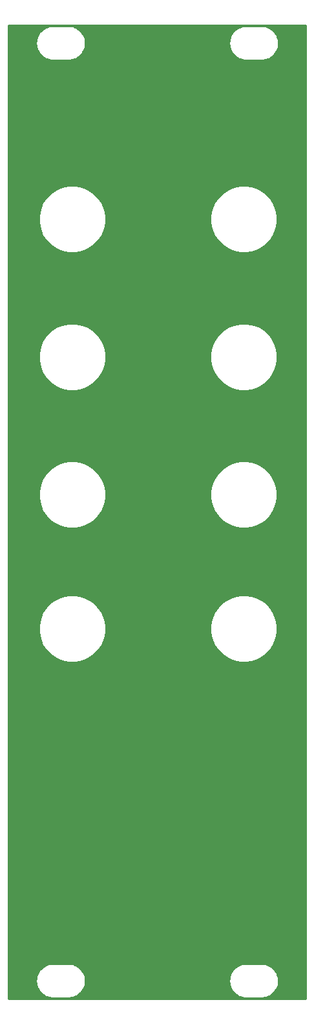
<source format=gbr>
G04 #@! TF.GenerationSoftware,KiCad,Pcbnew,(5.1.5-0)*
G04 #@! TF.CreationDate,2021-01-12T21:58:13-08:00*
G04 #@! TF.ProjectId,delaynomore,64656c61-796e-46f6-9d6f-72652e6b6963,rev?*
G04 #@! TF.SameCoordinates,Original*
G04 #@! TF.FileFunction,Copper,L2,Bot*
G04 #@! TF.FilePolarity,Positive*
%FSLAX46Y46*%
G04 Gerber Fmt 4.6, Leading zero omitted, Abs format (unit mm)*
G04 Created by KiCad (PCBNEW (5.1.5-0)) date 2021-01-12 21:58:13*
%MOMM*%
%LPD*%
G04 APERTURE LIST*
%ADD10C,5.100000*%
%ADD11C,6.100000*%
%ADD12C,0.254000*%
G04 APERTURE END LIST*
D10*
X20250000Y-70500000D03*
D11*
X33200000Y-97450000D03*
X7700000Y-97450000D03*
X20200000Y-97450000D03*
D12*
G36*
X39640001Y-127840000D02*
G01*
X660000Y-127840000D01*
X660000Y-125451353D01*
X4242755Y-125451353D01*
X4243173Y-125511171D01*
X4242755Y-125570988D01*
X4243655Y-125580160D01*
X4276296Y-125890715D01*
X4288320Y-125949291D01*
X4299532Y-126008070D01*
X4302196Y-126016892D01*
X4394535Y-126315192D01*
X4417715Y-126370335D01*
X4440124Y-126425800D01*
X4444451Y-126433937D01*
X4592972Y-126708621D01*
X4626417Y-126758205D01*
X4659177Y-126808268D01*
X4665001Y-126815409D01*
X4864047Y-127056013D01*
X4906482Y-127098154D01*
X4948346Y-127140903D01*
X4955446Y-127146777D01*
X5197435Y-127344138D01*
X5247259Y-127377241D01*
X5296615Y-127411036D01*
X5304721Y-127415419D01*
X5580435Y-127562019D01*
X5635704Y-127584799D01*
X5690724Y-127608381D01*
X5699527Y-127611105D01*
X5998465Y-127701359D01*
X6057138Y-127712976D01*
X6115655Y-127725415D01*
X6124820Y-127726378D01*
X6435594Y-127756850D01*
X6435598Y-127756850D01*
X6467581Y-127760000D01*
X8532419Y-127760000D01*
X8565986Y-127756694D01*
X8586744Y-127756694D01*
X8595909Y-127755731D01*
X8906228Y-127720923D01*
X8964731Y-127708487D01*
X9023419Y-127696867D01*
X9032222Y-127694142D01*
X9329870Y-127599723D01*
X9384792Y-127576183D01*
X9440159Y-127553363D01*
X9448265Y-127548979D01*
X9721904Y-127398544D01*
X9771217Y-127364779D01*
X9821088Y-127331645D01*
X9828188Y-127325770D01*
X10067397Y-127125049D01*
X10109241Y-127082320D01*
X10151694Y-127040162D01*
X10157519Y-127033020D01*
X10353185Y-126789660D01*
X10385938Y-126739608D01*
X10419391Y-126690013D01*
X10423714Y-126681881D01*
X10423717Y-126681877D01*
X10423719Y-126681873D01*
X10568388Y-126405146D01*
X10590785Y-126349711D01*
X10613978Y-126294539D01*
X10616641Y-126285717D01*
X10704807Y-125986156D01*
X10716007Y-125927440D01*
X10728045Y-125868798D01*
X10728944Y-125859627D01*
X10757245Y-125548647D01*
X10756827Y-125488830D01*
X10757088Y-125451353D01*
X29542755Y-125451353D01*
X29543173Y-125511171D01*
X29542755Y-125570988D01*
X29543655Y-125580160D01*
X29576296Y-125890715D01*
X29588320Y-125949291D01*
X29599532Y-126008070D01*
X29602196Y-126016892D01*
X29694535Y-126315192D01*
X29717715Y-126370335D01*
X29740124Y-126425800D01*
X29744451Y-126433937D01*
X29892972Y-126708621D01*
X29926417Y-126758205D01*
X29959177Y-126808268D01*
X29965001Y-126815409D01*
X30164047Y-127056013D01*
X30206482Y-127098154D01*
X30248346Y-127140903D01*
X30255446Y-127146777D01*
X30497435Y-127344138D01*
X30547259Y-127377241D01*
X30596615Y-127411036D01*
X30604721Y-127415419D01*
X30880435Y-127562019D01*
X30935704Y-127584799D01*
X30990724Y-127608381D01*
X30999527Y-127611105D01*
X31298465Y-127701359D01*
X31357138Y-127712976D01*
X31415655Y-127725415D01*
X31424820Y-127726378D01*
X31735594Y-127756850D01*
X31735598Y-127756850D01*
X31767581Y-127760000D01*
X33832419Y-127760000D01*
X33865986Y-127756694D01*
X33886744Y-127756694D01*
X33895909Y-127755731D01*
X34206228Y-127720923D01*
X34264731Y-127708487D01*
X34323419Y-127696867D01*
X34332222Y-127694142D01*
X34629870Y-127599723D01*
X34684792Y-127576183D01*
X34740159Y-127553363D01*
X34748265Y-127548979D01*
X35021904Y-127398544D01*
X35071217Y-127364779D01*
X35121088Y-127331645D01*
X35128188Y-127325770D01*
X35367397Y-127125049D01*
X35409241Y-127082320D01*
X35451694Y-127040162D01*
X35457519Y-127033020D01*
X35653185Y-126789660D01*
X35685938Y-126739608D01*
X35719391Y-126690013D01*
X35723714Y-126681881D01*
X35723717Y-126681877D01*
X35723719Y-126681873D01*
X35868388Y-126405146D01*
X35890785Y-126349711D01*
X35913978Y-126294539D01*
X35916641Y-126285717D01*
X36004807Y-125986156D01*
X36016007Y-125927440D01*
X36028045Y-125868798D01*
X36028944Y-125859627D01*
X36057245Y-125548647D01*
X36056827Y-125488829D01*
X36057245Y-125429012D01*
X36056345Y-125419841D01*
X36023704Y-125109285D01*
X36011680Y-125050709D01*
X36000468Y-124991930D01*
X35997804Y-124983108D01*
X35905465Y-124684808D01*
X35882280Y-124629653D01*
X35859876Y-124574200D01*
X35855549Y-124566064D01*
X35855549Y-124566063D01*
X35855546Y-124566059D01*
X35707028Y-124291379D01*
X35673583Y-124241795D01*
X35640823Y-124191732D01*
X35634999Y-124184591D01*
X35435954Y-123943987D01*
X35393535Y-123901863D01*
X35351655Y-123859097D01*
X35344554Y-123853223D01*
X35102565Y-123655862D01*
X35052741Y-123622759D01*
X35003385Y-123588964D01*
X34995279Y-123584581D01*
X34719566Y-123437981D01*
X34664269Y-123415189D01*
X34609275Y-123391619D01*
X34600472Y-123388895D01*
X34301535Y-123298641D01*
X34242862Y-123287024D01*
X34184345Y-123274585D01*
X34175180Y-123273622D01*
X33864405Y-123243150D01*
X33864402Y-123243150D01*
X33832419Y-123240000D01*
X31767581Y-123240000D01*
X31734014Y-123243306D01*
X31713256Y-123243306D01*
X31704091Y-123244269D01*
X31393771Y-123279077D01*
X31335298Y-123291506D01*
X31276581Y-123303132D01*
X31267778Y-123305858D01*
X30970130Y-123400277D01*
X30915147Y-123423843D01*
X30859841Y-123446638D01*
X30851735Y-123451021D01*
X30578095Y-123601456D01*
X30528748Y-123635245D01*
X30478913Y-123668355D01*
X30471812Y-123674229D01*
X30232603Y-123874951D01*
X30190759Y-123917681D01*
X30148305Y-123959839D01*
X30142481Y-123966980D01*
X29946814Y-124210340D01*
X29914055Y-124260400D01*
X29880609Y-124309986D01*
X29876283Y-124318123D01*
X29731612Y-124594854D01*
X29709215Y-124650289D01*
X29686022Y-124705461D01*
X29683359Y-124714283D01*
X29595193Y-125013844D01*
X29583993Y-125072560D01*
X29571955Y-125131202D01*
X29571056Y-125140373D01*
X29542755Y-125451353D01*
X10757088Y-125451353D01*
X10757245Y-125429012D01*
X10756345Y-125419841D01*
X10723704Y-125109285D01*
X10711680Y-125050709D01*
X10700468Y-124991930D01*
X10697804Y-124983108D01*
X10605465Y-124684808D01*
X10582280Y-124629653D01*
X10559876Y-124574200D01*
X10555549Y-124566064D01*
X10555549Y-124566063D01*
X10555546Y-124566059D01*
X10407028Y-124291379D01*
X10373583Y-124241795D01*
X10340823Y-124191732D01*
X10334999Y-124184591D01*
X10135954Y-123943987D01*
X10093535Y-123901863D01*
X10051655Y-123859097D01*
X10044554Y-123853223D01*
X9802565Y-123655862D01*
X9752741Y-123622759D01*
X9703385Y-123588964D01*
X9695279Y-123584581D01*
X9419566Y-123437981D01*
X9364269Y-123415189D01*
X9309275Y-123391619D01*
X9300472Y-123388895D01*
X9001535Y-123298641D01*
X8942862Y-123287024D01*
X8884345Y-123274585D01*
X8875180Y-123273622D01*
X8564405Y-123243150D01*
X8564402Y-123243150D01*
X8532419Y-123240000D01*
X6467581Y-123240000D01*
X6434014Y-123243306D01*
X6413256Y-123243306D01*
X6404091Y-123244269D01*
X6093771Y-123279077D01*
X6035298Y-123291506D01*
X5976581Y-123303132D01*
X5967778Y-123305858D01*
X5670130Y-123400277D01*
X5615147Y-123423843D01*
X5559841Y-123446638D01*
X5551735Y-123451021D01*
X5278095Y-123601456D01*
X5228748Y-123635245D01*
X5178913Y-123668355D01*
X5171812Y-123674229D01*
X4932603Y-123874951D01*
X4890759Y-123917681D01*
X4848305Y-123959839D01*
X4842481Y-123966980D01*
X4646814Y-124210340D01*
X4614055Y-124260400D01*
X4580609Y-124309986D01*
X4576283Y-124318123D01*
X4431612Y-124594854D01*
X4409215Y-124650289D01*
X4386022Y-124705461D01*
X4383359Y-124714283D01*
X4295193Y-125013844D01*
X4283993Y-125072560D01*
X4271955Y-125131202D01*
X4271056Y-125140373D01*
X4242755Y-125451353D01*
X660000Y-125451353D01*
X660000Y-79065784D01*
X4591332Y-79065784D01*
X4591332Y-79934216D01*
X4760754Y-80785961D01*
X5093089Y-81588288D01*
X5575564Y-82310362D01*
X6189638Y-82924436D01*
X6911712Y-83406911D01*
X7714039Y-83739246D01*
X8565784Y-83908668D01*
X9434216Y-83908668D01*
X10285961Y-83739246D01*
X11088288Y-83406911D01*
X11810362Y-82924436D01*
X12424436Y-82310362D01*
X12906911Y-81588288D01*
X13239246Y-80785961D01*
X13408668Y-79934216D01*
X13408668Y-79065784D01*
X27091332Y-79065784D01*
X27091332Y-79934216D01*
X27260754Y-80785961D01*
X27593089Y-81588288D01*
X28075564Y-82310362D01*
X28689638Y-82924436D01*
X29411712Y-83406911D01*
X30214039Y-83739246D01*
X31065784Y-83908668D01*
X31934216Y-83908668D01*
X32785961Y-83739246D01*
X33588288Y-83406911D01*
X34310362Y-82924436D01*
X34924436Y-82310362D01*
X35406911Y-81588288D01*
X35739246Y-80785961D01*
X35908668Y-79934216D01*
X35908668Y-79065784D01*
X35739246Y-78214039D01*
X35406911Y-77411712D01*
X34924436Y-76689638D01*
X34310362Y-76075564D01*
X33588288Y-75593089D01*
X32785961Y-75260754D01*
X31934216Y-75091332D01*
X31065784Y-75091332D01*
X30214039Y-75260754D01*
X29411712Y-75593089D01*
X28689638Y-76075564D01*
X28075564Y-76689638D01*
X27593089Y-77411712D01*
X27260754Y-78214039D01*
X27091332Y-79065784D01*
X13408668Y-79065784D01*
X13239246Y-78214039D01*
X12906911Y-77411712D01*
X12424436Y-76689638D01*
X11810362Y-76075564D01*
X11088288Y-75593089D01*
X10285961Y-75260754D01*
X9434216Y-75091332D01*
X8565784Y-75091332D01*
X7714039Y-75260754D01*
X6911712Y-75593089D01*
X6189638Y-76075564D01*
X5575564Y-76689638D01*
X5093089Y-77411712D01*
X4760754Y-78214039D01*
X4591332Y-79065784D01*
X660000Y-79065784D01*
X660000Y-61565784D01*
X4591332Y-61565784D01*
X4591332Y-62434216D01*
X4760754Y-63285961D01*
X5093089Y-64088288D01*
X5575564Y-64810362D01*
X6189638Y-65424436D01*
X6911712Y-65906911D01*
X7714039Y-66239246D01*
X8565784Y-66408668D01*
X9434216Y-66408668D01*
X10285961Y-66239246D01*
X11088288Y-65906911D01*
X11810362Y-65424436D01*
X12424436Y-64810362D01*
X12906911Y-64088288D01*
X13239246Y-63285961D01*
X13408668Y-62434216D01*
X13408668Y-61565784D01*
X27091332Y-61565784D01*
X27091332Y-62434216D01*
X27260754Y-63285961D01*
X27593089Y-64088288D01*
X28075564Y-64810362D01*
X28689638Y-65424436D01*
X29411712Y-65906911D01*
X30214039Y-66239246D01*
X31065784Y-66408668D01*
X31934216Y-66408668D01*
X32785961Y-66239246D01*
X33588288Y-65906911D01*
X34310362Y-65424436D01*
X34924436Y-64810362D01*
X35406911Y-64088288D01*
X35739246Y-63285961D01*
X35908668Y-62434216D01*
X35908668Y-61565784D01*
X35739246Y-60714039D01*
X35406911Y-59911712D01*
X34924436Y-59189638D01*
X34310362Y-58575564D01*
X33588288Y-58093089D01*
X32785961Y-57760754D01*
X31934216Y-57591332D01*
X31065784Y-57591332D01*
X30214039Y-57760754D01*
X29411712Y-58093089D01*
X28689638Y-58575564D01*
X28075564Y-59189638D01*
X27593089Y-59911712D01*
X27260754Y-60714039D01*
X27091332Y-61565784D01*
X13408668Y-61565784D01*
X13239246Y-60714039D01*
X12906911Y-59911712D01*
X12424436Y-59189638D01*
X11810362Y-58575564D01*
X11088288Y-58093089D01*
X10285961Y-57760754D01*
X9434216Y-57591332D01*
X8565784Y-57591332D01*
X7714039Y-57760754D01*
X6911712Y-58093089D01*
X6189638Y-58575564D01*
X5575564Y-59189638D01*
X5093089Y-59911712D01*
X4760754Y-60714039D01*
X4591332Y-61565784D01*
X660000Y-61565784D01*
X660000Y-43565784D01*
X4591332Y-43565784D01*
X4591332Y-44434216D01*
X4760754Y-45285961D01*
X5093089Y-46088288D01*
X5575564Y-46810362D01*
X6189638Y-47424436D01*
X6911712Y-47906911D01*
X7714039Y-48239246D01*
X8565784Y-48408668D01*
X9434216Y-48408668D01*
X10285961Y-48239246D01*
X11088288Y-47906911D01*
X11810362Y-47424436D01*
X12424436Y-46810362D01*
X12906911Y-46088288D01*
X13239246Y-45285961D01*
X13408668Y-44434216D01*
X13408668Y-43565784D01*
X27091332Y-43565784D01*
X27091332Y-44434216D01*
X27260754Y-45285961D01*
X27593089Y-46088288D01*
X28075564Y-46810362D01*
X28689638Y-47424436D01*
X29411712Y-47906911D01*
X30214039Y-48239246D01*
X31065784Y-48408668D01*
X31934216Y-48408668D01*
X32785961Y-48239246D01*
X33588288Y-47906911D01*
X34310362Y-47424436D01*
X34924436Y-46810362D01*
X35406911Y-46088288D01*
X35739246Y-45285961D01*
X35908668Y-44434216D01*
X35908668Y-43565784D01*
X35739246Y-42714039D01*
X35406911Y-41911712D01*
X34924436Y-41189638D01*
X34310362Y-40575564D01*
X33588288Y-40093089D01*
X32785961Y-39760754D01*
X31934216Y-39591332D01*
X31065784Y-39591332D01*
X30214039Y-39760754D01*
X29411712Y-40093089D01*
X28689638Y-40575564D01*
X28075564Y-41189638D01*
X27593089Y-41911712D01*
X27260754Y-42714039D01*
X27091332Y-43565784D01*
X13408668Y-43565784D01*
X13239246Y-42714039D01*
X12906911Y-41911712D01*
X12424436Y-41189638D01*
X11810362Y-40575564D01*
X11088288Y-40093089D01*
X10285961Y-39760754D01*
X9434216Y-39591332D01*
X8565784Y-39591332D01*
X7714039Y-39760754D01*
X6911712Y-40093089D01*
X6189638Y-40575564D01*
X5575564Y-41189638D01*
X5093089Y-41911712D01*
X4760754Y-42714039D01*
X4591332Y-43565784D01*
X660000Y-43565784D01*
X660000Y-25565784D01*
X4591332Y-25565784D01*
X4591332Y-26434216D01*
X4760754Y-27285961D01*
X5093089Y-28088288D01*
X5575564Y-28810362D01*
X6189638Y-29424436D01*
X6911712Y-29906911D01*
X7714039Y-30239246D01*
X8565784Y-30408668D01*
X9434216Y-30408668D01*
X10285961Y-30239246D01*
X11088288Y-29906911D01*
X11810362Y-29424436D01*
X12424436Y-28810362D01*
X12906911Y-28088288D01*
X13239246Y-27285961D01*
X13408668Y-26434216D01*
X13408668Y-25565784D01*
X27091332Y-25565784D01*
X27091332Y-26434216D01*
X27260754Y-27285961D01*
X27593089Y-28088288D01*
X28075564Y-28810362D01*
X28689638Y-29424436D01*
X29411712Y-29906911D01*
X30214039Y-30239246D01*
X31065784Y-30408668D01*
X31934216Y-30408668D01*
X32785961Y-30239246D01*
X33588288Y-29906911D01*
X34310362Y-29424436D01*
X34924436Y-28810362D01*
X35406911Y-28088288D01*
X35739246Y-27285961D01*
X35908668Y-26434216D01*
X35908668Y-25565784D01*
X35739246Y-24714039D01*
X35406911Y-23911712D01*
X34924436Y-23189638D01*
X34310362Y-22575564D01*
X33588288Y-22093089D01*
X32785961Y-21760754D01*
X31934216Y-21591332D01*
X31065784Y-21591332D01*
X30214039Y-21760754D01*
X29411712Y-22093089D01*
X28689638Y-22575564D01*
X28075564Y-23189638D01*
X27593089Y-23911712D01*
X27260754Y-24714039D01*
X27091332Y-25565784D01*
X13408668Y-25565784D01*
X13239246Y-24714039D01*
X12906911Y-23911712D01*
X12424436Y-23189638D01*
X11810362Y-22575564D01*
X11088288Y-22093089D01*
X10285961Y-21760754D01*
X9434216Y-21591332D01*
X8565784Y-21591332D01*
X7714039Y-21760754D01*
X6911712Y-22093089D01*
X6189638Y-22575564D01*
X5575564Y-23189638D01*
X5093089Y-23911712D01*
X4760754Y-24714039D01*
X4591332Y-25565784D01*
X660000Y-25565784D01*
X660000Y-2951353D01*
X4242755Y-2951353D01*
X4243173Y-3011171D01*
X4242755Y-3070988D01*
X4243655Y-3080160D01*
X4276296Y-3390715D01*
X4288320Y-3449291D01*
X4299532Y-3508070D01*
X4302196Y-3516892D01*
X4394535Y-3815192D01*
X4417715Y-3870335D01*
X4440124Y-3925800D01*
X4444451Y-3933937D01*
X4592972Y-4208621D01*
X4626417Y-4258205D01*
X4659177Y-4308268D01*
X4665001Y-4315409D01*
X4864047Y-4556013D01*
X4906482Y-4598154D01*
X4948346Y-4640903D01*
X4955446Y-4646777D01*
X5197435Y-4844138D01*
X5247259Y-4877241D01*
X5296615Y-4911036D01*
X5304721Y-4915419D01*
X5580435Y-5062019D01*
X5635704Y-5084799D01*
X5690724Y-5108381D01*
X5699527Y-5111105D01*
X5998465Y-5201359D01*
X6057138Y-5212976D01*
X6115655Y-5225415D01*
X6124820Y-5226378D01*
X6435594Y-5256850D01*
X6435598Y-5256850D01*
X6467581Y-5260000D01*
X8532419Y-5260000D01*
X8565986Y-5256694D01*
X8586744Y-5256694D01*
X8595909Y-5255731D01*
X8906228Y-5220923D01*
X8964731Y-5208487D01*
X9023419Y-5196867D01*
X9032222Y-5194142D01*
X9329870Y-5099723D01*
X9384792Y-5076183D01*
X9440159Y-5053363D01*
X9448265Y-5048979D01*
X9721904Y-4898544D01*
X9771217Y-4864779D01*
X9821088Y-4831645D01*
X9828188Y-4825770D01*
X10067397Y-4625049D01*
X10109241Y-4582320D01*
X10151694Y-4540162D01*
X10157519Y-4533020D01*
X10353185Y-4289660D01*
X10385938Y-4239608D01*
X10419391Y-4190013D01*
X10423714Y-4181881D01*
X10423717Y-4181877D01*
X10423719Y-4181873D01*
X10568388Y-3905146D01*
X10590785Y-3849711D01*
X10613978Y-3794539D01*
X10616641Y-3785717D01*
X10704807Y-3486156D01*
X10716007Y-3427440D01*
X10728045Y-3368798D01*
X10728944Y-3359627D01*
X10757245Y-3048647D01*
X10756827Y-2988830D01*
X10757088Y-2951353D01*
X29542755Y-2951353D01*
X29543173Y-3011171D01*
X29542755Y-3070988D01*
X29543655Y-3080160D01*
X29576296Y-3390715D01*
X29588320Y-3449291D01*
X29599532Y-3508070D01*
X29602196Y-3516892D01*
X29694535Y-3815192D01*
X29717715Y-3870335D01*
X29740124Y-3925800D01*
X29744451Y-3933937D01*
X29892972Y-4208621D01*
X29926417Y-4258205D01*
X29959177Y-4308268D01*
X29965001Y-4315409D01*
X30164047Y-4556013D01*
X30206482Y-4598154D01*
X30248346Y-4640903D01*
X30255446Y-4646777D01*
X30497435Y-4844138D01*
X30547259Y-4877241D01*
X30596615Y-4911036D01*
X30604721Y-4915419D01*
X30880435Y-5062019D01*
X30935704Y-5084799D01*
X30990724Y-5108381D01*
X30999527Y-5111105D01*
X31298465Y-5201359D01*
X31357138Y-5212976D01*
X31415655Y-5225415D01*
X31424820Y-5226378D01*
X31735594Y-5256850D01*
X31735598Y-5256850D01*
X31767581Y-5260000D01*
X33832419Y-5260000D01*
X33865986Y-5256694D01*
X33886744Y-5256694D01*
X33895909Y-5255731D01*
X34206228Y-5220923D01*
X34264731Y-5208487D01*
X34323419Y-5196867D01*
X34332222Y-5194142D01*
X34629870Y-5099723D01*
X34684792Y-5076183D01*
X34740159Y-5053363D01*
X34748265Y-5048979D01*
X35021904Y-4898544D01*
X35071217Y-4864779D01*
X35121088Y-4831645D01*
X35128188Y-4825770D01*
X35367397Y-4625049D01*
X35409241Y-4582320D01*
X35451694Y-4540162D01*
X35457519Y-4533020D01*
X35653185Y-4289660D01*
X35685938Y-4239608D01*
X35719391Y-4190013D01*
X35723714Y-4181881D01*
X35723717Y-4181877D01*
X35723719Y-4181873D01*
X35868388Y-3905146D01*
X35890785Y-3849711D01*
X35913978Y-3794539D01*
X35916641Y-3785717D01*
X36004807Y-3486156D01*
X36016007Y-3427440D01*
X36028045Y-3368798D01*
X36028944Y-3359627D01*
X36057245Y-3048647D01*
X36056827Y-2988829D01*
X36057245Y-2929012D01*
X36056345Y-2919841D01*
X36023704Y-2609285D01*
X36011680Y-2550709D01*
X36000468Y-2491930D01*
X35997804Y-2483108D01*
X35905465Y-2184808D01*
X35882280Y-2129653D01*
X35859876Y-2074200D01*
X35855549Y-2066064D01*
X35855549Y-2066063D01*
X35855546Y-2066059D01*
X35707028Y-1791379D01*
X35673583Y-1741795D01*
X35640823Y-1691732D01*
X35634999Y-1684591D01*
X35435954Y-1443987D01*
X35393535Y-1401863D01*
X35351655Y-1359097D01*
X35344554Y-1353223D01*
X35102565Y-1155862D01*
X35052741Y-1122759D01*
X35003385Y-1088964D01*
X34995279Y-1084581D01*
X34719566Y-937981D01*
X34664269Y-915189D01*
X34609275Y-891619D01*
X34600472Y-888895D01*
X34301535Y-798641D01*
X34242862Y-787024D01*
X34184345Y-774585D01*
X34175180Y-773622D01*
X33864405Y-743150D01*
X33864402Y-743150D01*
X33832419Y-740000D01*
X31767581Y-740000D01*
X31734014Y-743306D01*
X31713256Y-743306D01*
X31704091Y-744269D01*
X31393771Y-779077D01*
X31335298Y-791506D01*
X31276581Y-803132D01*
X31267778Y-805858D01*
X30970130Y-900277D01*
X30915147Y-923843D01*
X30859841Y-946638D01*
X30851735Y-951021D01*
X30578095Y-1101456D01*
X30528748Y-1135245D01*
X30478913Y-1168355D01*
X30471812Y-1174229D01*
X30232603Y-1374951D01*
X30190759Y-1417681D01*
X30148305Y-1459839D01*
X30142481Y-1466980D01*
X29946814Y-1710340D01*
X29914055Y-1760400D01*
X29880609Y-1809986D01*
X29876283Y-1818123D01*
X29731612Y-2094854D01*
X29709215Y-2150289D01*
X29686022Y-2205461D01*
X29683359Y-2214283D01*
X29595193Y-2513844D01*
X29583993Y-2572560D01*
X29571955Y-2631202D01*
X29571056Y-2640373D01*
X29542755Y-2951353D01*
X10757088Y-2951353D01*
X10757245Y-2929012D01*
X10756345Y-2919841D01*
X10723704Y-2609285D01*
X10711680Y-2550709D01*
X10700468Y-2491930D01*
X10697804Y-2483108D01*
X10605465Y-2184808D01*
X10582280Y-2129653D01*
X10559876Y-2074200D01*
X10555549Y-2066064D01*
X10555549Y-2066063D01*
X10555546Y-2066059D01*
X10407028Y-1791379D01*
X10373583Y-1741795D01*
X10340823Y-1691732D01*
X10334999Y-1684591D01*
X10135954Y-1443987D01*
X10093535Y-1401863D01*
X10051655Y-1359097D01*
X10044554Y-1353223D01*
X9802565Y-1155862D01*
X9752741Y-1122759D01*
X9703385Y-1088964D01*
X9695279Y-1084581D01*
X9419566Y-937981D01*
X9364269Y-915189D01*
X9309275Y-891619D01*
X9300472Y-888895D01*
X9001535Y-798641D01*
X8942862Y-787024D01*
X8884345Y-774585D01*
X8875180Y-773622D01*
X8564405Y-743150D01*
X8564402Y-743150D01*
X8532419Y-740000D01*
X6467581Y-740000D01*
X6434014Y-743306D01*
X6413256Y-743306D01*
X6404091Y-744269D01*
X6093771Y-779077D01*
X6035298Y-791506D01*
X5976581Y-803132D01*
X5967778Y-805858D01*
X5670130Y-900277D01*
X5615147Y-923843D01*
X5559841Y-946638D01*
X5551735Y-951021D01*
X5278095Y-1101456D01*
X5228748Y-1135245D01*
X5178913Y-1168355D01*
X5171812Y-1174229D01*
X4932603Y-1374951D01*
X4890759Y-1417681D01*
X4848305Y-1459839D01*
X4842481Y-1466980D01*
X4646814Y-1710340D01*
X4614055Y-1760400D01*
X4580609Y-1809986D01*
X4576283Y-1818123D01*
X4431612Y-2094854D01*
X4409215Y-2150289D01*
X4386022Y-2205461D01*
X4383359Y-2214283D01*
X4295193Y-2513844D01*
X4283993Y-2572560D01*
X4271955Y-2631202D01*
X4271056Y-2640373D01*
X4242755Y-2951353D01*
X660000Y-2951353D01*
X660000Y-660000D01*
X39640000Y-660000D01*
X39640001Y-127840000D01*
G37*
X39640001Y-127840000D02*
X660000Y-127840000D01*
X660000Y-125451353D01*
X4242755Y-125451353D01*
X4243173Y-125511171D01*
X4242755Y-125570988D01*
X4243655Y-125580160D01*
X4276296Y-125890715D01*
X4288320Y-125949291D01*
X4299532Y-126008070D01*
X4302196Y-126016892D01*
X4394535Y-126315192D01*
X4417715Y-126370335D01*
X4440124Y-126425800D01*
X4444451Y-126433937D01*
X4592972Y-126708621D01*
X4626417Y-126758205D01*
X4659177Y-126808268D01*
X4665001Y-126815409D01*
X4864047Y-127056013D01*
X4906482Y-127098154D01*
X4948346Y-127140903D01*
X4955446Y-127146777D01*
X5197435Y-127344138D01*
X5247259Y-127377241D01*
X5296615Y-127411036D01*
X5304721Y-127415419D01*
X5580435Y-127562019D01*
X5635704Y-127584799D01*
X5690724Y-127608381D01*
X5699527Y-127611105D01*
X5998465Y-127701359D01*
X6057138Y-127712976D01*
X6115655Y-127725415D01*
X6124820Y-127726378D01*
X6435594Y-127756850D01*
X6435598Y-127756850D01*
X6467581Y-127760000D01*
X8532419Y-127760000D01*
X8565986Y-127756694D01*
X8586744Y-127756694D01*
X8595909Y-127755731D01*
X8906228Y-127720923D01*
X8964731Y-127708487D01*
X9023419Y-127696867D01*
X9032222Y-127694142D01*
X9329870Y-127599723D01*
X9384792Y-127576183D01*
X9440159Y-127553363D01*
X9448265Y-127548979D01*
X9721904Y-127398544D01*
X9771217Y-127364779D01*
X9821088Y-127331645D01*
X9828188Y-127325770D01*
X10067397Y-127125049D01*
X10109241Y-127082320D01*
X10151694Y-127040162D01*
X10157519Y-127033020D01*
X10353185Y-126789660D01*
X10385938Y-126739608D01*
X10419391Y-126690013D01*
X10423714Y-126681881D01*
X10423717Y-126681877D01*
X10423719Y-126681873D01*
X10568388Y-126405146D01*
X10590785Y-126349711D01*
X10613978Y-126294539D01*
X10616641Y-126285717D01*
X10704807Y-125986156D01*
X10716007Y-125927440D01*
X10728045Y-125868798D01*
X10728944Y-125859627D01*
X10757245Y-125548647D01*
X10756827Y-125488830D01*
X10757088Y-125451353D01*
X29542755Y-125451353D01*
X29543173Y-125511171D01*
X29542755Y-125570988D01*
X29543655Y-125580160D01*
X29576296Y-125890715D01*
X29588320Y-125949291D01*
X29599532Y-126008070D01*
X29602196Y-126016892D01*
X29694535Y-126315192D01*
X29717715Y-126370335D01*
X29740124Y-126425800D01*
X29744451Y-126433937D01*
X29892972Y-126708621D01*
X29926417Y-126758205D01*
X29959177Y-126808268D01*
X29965001Y-126815409D01*
X30164047Y-127056013D01*
X30206482Y-127098154D01*
X30248346Y-127140903D01*
X30255446Y-127146777D01*
X30497435Y-127344138D01*
X30547259Y-127377241D01*
X30596615Y-127411036D01*
X30604721Y-127415419D01*
X30880435Y-127562019D01*
X30935704Y-127584799D01*
X30990724Y-127608381D01*
X30999527Y-127611105D01*
X31298465Y-127701359D01*
X31357138Y-127712976D01*
X31415655Y-127725415D01*
X31424820Y-127726378D01*
X31735594Y-127756850D01*
X31735598Y-127756850D01*
X31767581Y-127760000D01*
X33832419Y-127760000D01*
X33865986Y-127756694D01*
X33886744Y-127756694D01*
X33895909Y-127755731D01*
X34206228Y-127720923D01*
X34264731Y-127708487D01*
X34323419Y-127696867D01*
X34332222Y-127694142D01*
X34629870Y-127599723D01*
X34684792Y-127576183D01*
X34740159Y-127553363D01*
X34748265Y-127548979D01*
X35021904Y-127398544D01*
X35071217Y-127364779D01*
X35121088Y-127331645D01*
X35128188Y-127325770D01*
X35367397Y-127125049D01*
X35409241Y-127082320D01*
X35451694Y-127040162D01*
X35457519Y-127033020D01*
X35653185Y-126789660D01*
X35685938Y-126739608D01*
X35719391Y-126690013D01*
X35723714Y-126681881D01*
X35723717Y-126681877D01*
X35723719Y-126681873D01*
X35868388Y-126405146D01*
X35890785Y-126349711D01*
X35913978Y-126294539D01*
X35916641Y-126285717D01*
X36004807Y-125986156D01*
X36016007Y-125927440D01*
X36028045Y-125868798D01*
X36028944Y-125859627D01*
X36057245Y-125548647D01*
X36056827Y-125488829D01*
X36057245Y-125429012D01*
X36056345Y-125419841D01*
X36023704Y-125109285D01*
X36011680Y-125050709D01*
X36000468Y-124991930D01*
X35997804Y-124983108D01*
X35905465Y-124684808D01*
X35882280Y-124629653D01*
X35859876Y-124574200D01*
X35855549Y-124566064D01*
X35855549Y-124566063D01*
X35855546Y-124566059D01*
X35707028Y-124291379D01*
X35673583Y-124241795D01*
X35640823Y-124191732D01*
X35634999Y-124184591D01*
X35435954Y-123943987D01*
X35393535Y-123901863D01*
X35351655Y-123859097D01*
X35344554Y-123853223D01*
X35102565Y-123655862D01*
X35052741Y-123622759D01*
X35003385Y-123588964D01*
X34995279Y-123584581D01*
X34719566Y-123437981D01*
X34664269Y-123415189D01*
X34609275Y-123391619D01*
X34600472Y-123388895D01*
X34301535Y-123298641D01*
X34242862Y-123287024D01*
X34184345Y-123274585D01*
X34175180Y-123273622D01*
X33864405Y-123243150D01*
X33864402Y-123243150D01*
X33832419Y-123240000D01*
X31767581Y-123240000D01*
X31734014Y-123243306D01*
X31713256Y-123243306D01*
X31704091Y-123244269D01*
X31393771Y-123279077D01*
X31335298Y-123291506D01*
X31276581Y-123303132D01*
X31267778Y-123305858D01*
X30970130Y-123400277D01*
X30915147Y-123423843D01*
X30859841Y-123446638D01*
X30851735Y-123451021D01*
X30578095Y-123601456D01*
X30528748Y-123635245D01*
X30478913Y-123668355D01*
X30471812Y-123674229D01*
X30232603Y-123874951D01*
X30190759Y-123917681D01*
X30148305Y-123959839D01*
X30142481Y-123966980D01*
X29946814Y-124210340D01*
X29914055Y-124260400D01*
X29880609Y-124309986D01*
X29876283Y-124318123D01*
X29731612Y-124594854D01*
X29709215Y-124650289D01*
X29686022Y-124705461D01*
X29683359Y-124714283D01*
X29595193Y-125013844D01*
X29583993Y-125072560D01*
X29571955Y-125131202D01*
X29571056Y-125140373D01*
X29542755Y-125451353D01*
X10757088Y-125451353D01*
X10757245Y-125429012D01*
X10756345Y-125419841D01*
X10723704Y-125109285D01*
X10711680Y-125050709D01*
X10700468Y-124991930D01*
X10697804Y-124983108D01*
X10605465Y-124684808D01*
X10582280Y-124629653D01*
X10559876Y-124574200D01*
X10555549Y-124566064D01*
X10555549Y-124566063D01*
X10555546Y-124566059D01*
X10407028Y-124291379D01*
X10373583Y-124241795D01*
X10340823Y-124191732D01*
X10334999Y-124184591D01*
X10135954Y-123943987D01*
X10093535Y-123901863D01*
X10051655Y-123859097D01*
X10044554Y-123853223D01*
X9802565Y-123655862D01*
X9752741Y-123622759D01*
X9703385Y-123588964D01*
X9695279Y-123584581D01*
X9419566Y-123437981D01*
X9364269Y-123415189D01*
X9309275Y-123391619D01*
X9300472Y-123388895D01*
X9001535Y-123298641D01*
X8942862Y-123287024D01*
X8884345Y-123274585D01*
X8875180Y-123273622D01*
X8564405Y-123243150D01*
X8564402Y-123243150D01*
X8532419Y-123240000D01*
X6467581Y-123240000D01*
X6434014Y-123243306D01*
X6413256Y-123243306D01*
X6404091Y-123244269D01*
X6093771Y-123279077D01*
X6035298Y-123291506D01*
X5976581Y-123303132D01*
X5967778Y-123305858D01*
X5670130Y-123400277D01*
X5615147Y-123423843D01*
X5559841Y-123446638D01*
X5551735Y-123451021D01*
X5278095Y-123601456D01*
X5228748Y-123635245D01*
X5178913Y-123668355D01*
X5171812Y-123674229D01*
X4932603Y-123874951D01*
X4890759Y-123917681D01*
X4848305Y-123959839D01*
X4842481Y-123966980D01*
X4646814Y-124210340D01*
X4614055Y-124260400D01*
X4580609Y-124309986D01*
X4576283Y-124318123D01*
X4431612Y-124594854D01*
X4409215Y-124650289D01*
X4386022Y-124705461D01*
X4383359Y-124714283D01*
X4295193Y-125013844D01*
X4283993Y-125072560D01*
X4271955Y-125131202D01*
X4271056Y-125140373D01*
X4242755Y-125451353D01*
X660000Y-125451353D01*
X660000Y-79065784D01*
X4591332Y-79065784D01*
X4591332Y-79934216D01*
X4760754Y-80785961D01*
X5093089Y-81588288D01*
X5575564Y-82310362D01*
X6189638Y-82924436D01*
X6911712Y-83406911D01*
X7714039Y-83739246D01*
X8565784Y-83908668D01*
X9434216Y-83908668D01*
X10285961Y-83739246D01*
X11088288Y-83406911D01*
X11810362Y-82924436D01*
X12424436Y-82310362D01*
X12906911Y-81588288D01*
X13239246Y-80785961D01*
X13408668Y-79934216D01*
X13408668Y-79065784D01*
X27091332Y-79065784D01*
X27091332Y-79934216D01*
X27260754Y-80785961D01*
X27593089Y-81588288D01*
X28075564Y-82310362D01*
X28689638Y-82924436D01*
X29411712Y-83406911D01*
X30214039Y-83739246D01*
X31065784Y-83908668D01*
X31934216Y-83908668D01*
X32785961Y-83739246D01*
X33588288Y-83406911D01*
X34310362Y-82924436D01*
X34924436Y-82310362D01*
X35406911Y-81588288D01*
X35739246Y-80785961D01*
X35908668Y-79934216D01*
X35908668Y-79065784D01*
X35739246Y-78214039D01*
X35406911Y-77411712D01*
X34924436Y-76689638D01*
X34310362Y-76075564D01*
X33588288Y-75593089D01*
X32785961Y-75260754D01*
X31934216Y-75091332D01*
X31065784Y-75091332D01*
X30214039Y-75260754D01*
X29411712Y-75593089D01*
X28689638Y-76075564D01*
X28075564Y-76689638D01*
X27593089Y-77411712D01*
X27260754Y-78214039D01*
X27091332Y-79065784D01*
X13408668Y-79065784D01*
X13239246Y-78214039D01*
X12906911Y-77411712D01*
X12424436Y-76689638D01*
X11810362Y-76075564D01*
X11088288Y-75593089D01*
X10285961Y-75260754D01*
X9434216Y-75091332D01*
X8565784Y-75091332D01*
X7714039Y-75260754D01*
X6911712Y-75593089D01*
X6189638Y-76075564D01*
X5575564Y-76689638D01*
X5093089Y-77411712D01*
X4760754Y-78214039D01*
X4591332Y-79065784D01*
X660000Y-79065784D01*
X660000Y-61565784D01*
X4591332Y-61565784D01*
X4591332Y-62434216D01*
X4760754Y-63285961D01*
X5093089Y-64088288D01*
X5575564Y-64810362D01*
X6189638Y-65424436D01*
X6911712Y-65906911D01*
X7714039Y-66239246D01*
X8565784Y-66408668D01*
X9434216Y-66408668D01*
X10285961Y-66239246D01*
X11088288Y-65906911D01*
X11810362Y-65424436D01*
X12424436Y-64810362D01*
X12906911Y-64088288D01*
X13239246Y-63285961D01*
X13408668Y-62434216D01*
X13408668Y-61565784D01*
X27091332Y-61565784D01*
X27091332Y-62434216D01*
X27260754Y-63285961D01*
X27593089Y-64088288D01*
X28075564Y-64810362D01*
X28689638Y-65424436D01*
X29411712Y-65906911D01*
X30214039Y-66239246D01*
X31065784Y-66408668D01*
X31934216Y-66408668D01*
X32785961Y-66239246D01*
X33588288Y-65906911D01*
X34310362Y-65424436D01*
X34924436Y-64810362D01*
X35406911Y-64088288D01*
X35739246Y-63285961D01*
X35908668Y-62434216D01*
X35908668Y-61565784D01*
X35739246Y-60714039D01*
X35406911Y-59911712D01*
X34924436Y-59189638D01*
X34310362Y-58575564D01*
X33588288Y-58093089D01*
X32785961Y-57760754D01*
X31934216Y-57591332D01*
X31065784Y-57591332D01*
X30214039Y-57760754D01*
X29411712Y-58093089D01*
X28689638Y-58575564D01*
X28075564Y-59189638D01*
X27593089Y-59911712D01*
X27260754Y-60714039D01*
X27091332Y-61565784D01*
X13408668Y-61565784D01*
X13239246Y-60714039D01*
X12906911Y-59911712D01*
X12424436Y-59189638D01*
X11810362Y-58575564D01*
X11088288Y-58093089D01*
X10285961Y-57760754D01*
X9434216Y-57591332D01*
X8565784Y-57591332D01*
X7714039Y-57760754D01*
X6911712Y-58093089D01*
X6189638Y-58575564D01*
X5575564Y-59189638D01*
X5093089Y-59911712D01*
X4760754Y-60714039D01*
X4591332Y-61565784D01*
X660000Y-61565784D01*
X660000Y-43565784D01*
X4591332Y-43565784D01*
X4591332Y-44434216D01*
X4760754Y-45285961D01*
X5093089Y-46088288D01*
X5575564Y-46810362D01*
X6189638Y-47424436D01*
X6911712Y-47906911D01*
X7714039Y-48239246D01*
X8565784Y-48408668D01*
X9434216Y-48408668D01*
X10285961Y-48239246D01*
X11088288Y-47906911D01*
X11810362Y-47424436D01*
X12424436Y-46810362D01*
X12906911Y-46088288D01*
X13239246Y-45285961D01*
X13408668Y-44434216D01*
X13408668Y-43565784D01*
X27091332Y-43565784D01*
X27091332Y-44434216D01*
X27260754Y-45285961D01*
X27593089Y-46088288D01*
X28075564Y-46810362D01*
X28689638Y-47424436D01*
X29411712Y-47906911D01*
X30214039Y-48239246D01*
X31065784Y-48408668D01*
X31934216Y-48408668D01*
X32785961Y-48239246D01*
X33588288Y-47906911D01*
X34310362Y-47424436D01*
X34924436Y-46810362D01*
X35406911Y-46088288D01*
X35739246Y-45285961D01*
X35908668Y-44434216D01*
X35908668Y-43565784D01*
X35739246Y-42714039D01*
X35406911Y-41911712D01*
X34924436Y-41189638D01*
X34310362Y-40575564D01*
X33588288Y-40093089D01*
X32785961Y-39760754D01*
X31934216Y-39591332D01*
X31065784Y-39591332D01*
X30214039Y-39760754D01*
X29411712Y-40093089D01*
X28689638Y-40575564D01*
X28075564Y-41189638D01*
X27593089Y-41911712D01*
X27260754Y-42714039D01*
X27091332Y-43565784D01*
X13408668Y-43565784D01*
X13239246Y-42714039D01*
X12906911Y-41911712D01*
X12424436Y-41189638D01*
X11810362Y-40575564D01*
X11088288Y-40093089D01*
X10285961Y-39760754D01*
X9434216Y-39591332D01*
X8565784Y-39591332D01*
X7714039Y-39760754D01*
X6911712Y-40093089D01*
X6189638Y-40575564D01*
X5575564Y-41189638D01*
X5093089Y-41911712D01*
X4760754Y-42714039D01*
X4591332Y-43565784D01*
X660000Y-43565784D01*
X660000Y-25565784D01*
X4591332Y-25565784D01*
X4591332Y-26434216D01*
X4760754Y-27285961D01*
X5093089Y-28088288D01*
X5575564Y-28810362D01*
X6189638Y-29424436D01*
X6911712Y-29906911D01*
X7714039Y-30239246D01*
X8565784Y-30408668D01*
X9434216Y-30408668D01*
X10285961Y-30239246D01*
X11088288Y-29906911D01*
X11810362Y-29424436D01*
X12424436Y-28810362D01*
X12906911Y-28088288D01*
X13239246Y-27285961D01*
X13408668Y-26434216D01*
X13408668Y-25565784D01*
X27091332Y-25565784D01*
X27091332Y-26434216D01*
X27260754Y-27285961D01*
X27593089Y-28088288D01*
X28075564Y-28810362D01*
X28689638Y-29424436D01*
X29411712Y-29906911D01*
X30214039Y-30239246D01*
X31065784Y-30408668D01*
X31934216Y-30408668D01*
X32785961Y-30239246D01*
X33588288Y-29906911D01*
X34310362Y-29424436D01*
X34924436Y-28810362D01*
X35406911Y-28088288D01*
X35739246Y-27285961D01*
X35908668Y-26434216D01*
X35908668Y-25565784D01*
X35739246Y-24714039D01*
X35406911Y-23911712D01*
X34924436Y-23189638D01*
X34310362Y-22575564D01*
X33588288Y-22093089D01*
X32785961Y-21760754D01*
X31934216Y-21591332D01*
X31065784Y-21591332D01*
X30214039Y-21760754D01*
X29411712Y-22093089D01*
X28689638Y-22575564D01*
X28075564Y-23189638D01*
X27593089Y-23911712D01*
X27260754Y-24714039D01*
X27091332Y-25565784D01*
X13408668Y-25565784D01*
X13239246Y-24714039D01*
X12906911Y-23911712D01*
X12424436Y-23189638D01*
X11810362Y-22575564D01*
X11088288Y-22093089D01*
X10285961Y-21760754D01*
X9434216Y-21591332D01*
X8565784Y-21591332D01*
X7714039Y-21760754D01*
X6911712Y-22093089D01*
X6189638Y-22575564D01*
X5575564Y-23189638D01*
X5093089Y-23911712D01*
X4760754Y-24714039D01*
X4591332Y-25565784D01*
X660000Y-25565784D01*
X660000Y-2951353D01*
X4242755Y-2951353D01*
X4243173Y-3011171D01*
X4242755Y-3070988D01*
X4243655Y-3080160D01*
X4276296Y-3390715D01*
X4288320Y-3449291D01*
X4299532Y-3508070D01*
X4302196Y-3516892D01*
X4394535Y-3815192D01*
X4417715Y-3870335D01*
X4440124Y-3925800D01*
X4444451Y-3933937D01*
X4592972Y-4208621D01*
X4626417Y-4258205D01*
X4659177Y-4308268D01*
X4665001Y-4315409D01*
X4864047Y-4556013D01*
X4906482Y-4598154D01*
X4948346Y-4640903D01*
X4955446Y-4646777D01*
X5197435Y-4844138D01*
X5247259Y-4877241D01*
X5296615Y-4911036D01*
X5304721Y-4915419D01*
X5580435Y-5062019D01*
X5635704Y-5084799D01*
X5690724Y-5108381D01*
X5699527Y-5111105D01*
X5998465Y-5201359D01*
X6057138Y-5212976D01*
X6115655Y-5225415D01*
X6124820Y-5226378D01*
X6435594Y-5256850D01*
X6435598Y-5256850D01*
X6467581Y-5260000D01*
X8532419Y-5260000D01*
X8565986Y-5256694D01*
X8586744Y-5256694D01*
X8595909Y-5255731D01*
X8906228Y-5220923D01*
X8964731Y-5208487D01*
X9023419Y-5196867D01*
X9032222Y-5194142D01*
X9329870Y-5099723D01*
X9384792Y-5076183D01*
X9440159Y-5053363D01*
X9448265Y-5048979D01*
X9721904Y-4898544D01*
X9771217Y-4864779D01*
X9821088Y-4831645D01*
X9828188Y-4825770D01*
X10067397Y-4625049D01*
X10109241Y-4582320D01*
X10151694Y-4540162D01*
X10157519Y-4533020D01*
X10353185Y-4289660D01*
X10385938Y-4239608D01*
X10419391Y-4190013D01*
X10423714Y-4181881D01*
X10423717Y-4181877D01*
X10423719Y-4181873D01*
X10568388Y-3905146D01*
X10590785Y-3849711D01*
X10613978Y-3794539D01*
X10616641Y-3785717D01*
X10704807Y-3486156D01*
X10716007Y-3427440D01*
X10728045Y-3368798D01*
X10728944Y-3359627D01*
X10757245Y-3048647D01*
X10756827Y-2988830D01*
X10757088Y-2951353D01*
X29542755Y-2951353D01*
X29543173Y-3011171D01*
X29542755Y-3070988D01*
X29543655Y-3080160D01*
X29576296Y-3390715D01*
X29588320Y-3449291D01*
X29599532Y-3508070D01*
X29602196Y-3516892D01*
X29694535Y-3815192D01*
X29717715Y-3870335D01*
X29740124Y-3925800D01*
X29744451Y-3933937D01*
X29892972Y-4208621D01*
X29926417Y-4258205D01*
X29959177Y-4308268D01*
X29965001Y-4315409D01*
X30164047Y-4556013D01*
X30206482Y-4598154D01*
X30248346Y-4640903D01*
X30255446Y-4646777D01*
X30497435Y-4844138D01*
X30547259Y-4877241D01*
X30596615Y-4911036D01*
X30604721Y-4915419D01*
X30880435Y-5062019D01*
X30935704Y-5084799D01*
X30990724Y-5108381D01*
X30999527Y-5111105D01*
X31298465Y-5201359D01*
X31357138Y-5212976D01*
X31415655Y-5225415D01*
X31424820Y-5226378D01*
X31735594Y-5256850D01*
X31735598Y-5256850D01*
X31767581Y-5260000D01*
X33832419Y-5260000D01*
X33865986Y-5256694D01*
X33886744Y-5256694D01*
X33895909Y-5255731D01*
X34206228Y-5220923D01*
X34264731Y-5208487D01*
X34323419Y-5196867D01*
X34332222Y-5194142D01*
X34629870Y-5099723D01*
X34684792Y-5076183D01*
X34740159Y-5053363D01*
X34748265Y-5048979D01*
X35021904Y-4898544D01*
X35071217Y-4864779D01*
X35121088Y-4831645D01*
X35128188Y-4825770D01*
X35367397Y-4625049D01*
X35409241Y-4582320D01*
X35451694Y-4540162D01*
X35457519Y-4533020D01*
X35653185Y-4289660D01*
X35685938Y-4239608D01*
X35719391Y-4190013D01*
X35723714Y-4181881D01*
X35723717Y-4181877D01*
X35723719Y-4181873D01*
X35868388Y-3905146D01*
X35890785Y-3849711D01*
X35913978Y-3794539D01*
X35916641Y-3785717D01*
X36004807Y-3486156D01*
X36016007Y-3427440D01*
X36028045Y-3368798D01*
X36028944Y-3359627D01*
X36057245Y-3048647D01*
X36056827Y-2988829D01*
X36057245Y-2929012D01*
X36056345Y-2919841D01*
X36023704Y-2609285D01*
X36011680Y-2550709D01*
X36000468Y-2491930D01*
X35997804Y-2483108D01*
X35905465Y-2184808D01*
X35882280Y-2129653D01*
X35859876Y-2074200D01*
X35855549Y-2066064D01*
X35855549Y-2066063D01*
X35855546Y-2066059D01*
X35707028Y-1791379D01*
X35673583Y-1741795D01*
X35640823Y-1691732D01*
X35634999Y-1684591D01*
X35435954Y-1443987D01*
X35393535Y-1401863D01*
X35351655Y-1359097D01*
X35344554Y-1353223D01*
X35102565Y-1155862D01*
X35052741Y-1122759D01*
X35003385Y-1088964D01*
X34995279Y-1084581D01*
X34719566Y-937981D01*
X34664269Y-915189D01*
X34609275Y-891619D01*
X34600472Y-888895D01*
X34301535Y-798641D01*
X34242862Y-787024D01*
X34184345Y-774585D01*
X34175180Y-773622D01*
X33864405Y-743150D01*
X33864402Y-743150D01*
X33832419Y-740000D01*
X31767581Y-740000D01*
X31734014Y-743306D01*
X31713256Y-743306D01*
X31704091Y-744269D01*
X31393771Y-779077D01*
X31335298Y-791506D01*
X31276581Y-803132D01*
X31267778Y-805858D01*
X30970130Y-900277D01*
X30915147Y-923843D01*
X30859841Y-946638D01*
X30851735Y-951021D01*
X30578095Y-1101456D01*
X30528748Y-1135245D01*
X30478913Y-1168355D01*
X30471812Y-1174229D01*
X30232603Y-1374951D01*
X30190759Y-1417681D01*
X30148305Y-1459839D01*
X30142481Y-1466980D01*
X29946814Y-1710340D01*
X29914055Y-1760400D01*
X29880609Y-1809986D01*
X29876283Y-1818123D01*
X29731612Y-2094854D01*
X29709215Y-2150289D01*
X29686022Y-2205461D01*
X29683359Y-2214283D01*
X29595193Y-2513844D01*
X29583993Y-2572560D01*
X29571955Y-2631202D01*
X29571056Y-2640373D01*
X29542755Y-2951353D01*
X10757088Y-2951353D01*
X10757245Y-2929012D01*
X10756345Y-2919841D01*
X10723704Y-2609285D01*
X10711680Y-2550709D01*
X10700468Y-2491930D01*
X10697804Y-2483108D01*
X10605465Y-2184808D01*
X10582280Y-2129653D01*
X10559876Y-2074200D01*
X10555549Y-2066064D01*
X10555549Y-2066063D01*
X10555546Y-2066059D01*
X10407028Y-1791379D01*
X10373583Y-1741795D01*
X10340823Y-1691732D01*
X10334999Y-1684591D01*
X10135954Y-1443987D01*
X10093535Y-1401863D01*
X10051655Y-1359097D01*
X10044554Y-1353223D01*
X9802565Y-1155862D01*
X9752741Y-1122759D01*
X9703385Y-1088964D01*
X9695279Y-1084581D01*
X9419566Y-937981D01*
X9364269Y-915189D01*
X9309275Y-891619D01*
X9300472Y-888895D01*
X9001535Y-798641D01*
X8942862Y-787024D01*
X8884345Y-774585D01*
X8875180Y-773622D01*
X8564405Y-743150D01*
X8564402Y-743150D01*
X8532419Y-740000D01*
X6467581Y-740000D01*
X6434014Y-743306D01*
X6413256Y-743306D01*
X6404091Y-744269D01*
X6093771Y-779077D01*
X6035298Y-791506D01*
X5976581Y-803132D01*
X5967778Y-805858D01*
X5670130Y-900277D01*
X5615147Y-923843D01*
X5559841Y-946638D01*
X5551735Y-951021D01*
X5278095Y-1101456D01*
X5228748Y-1135245D01*
X5178913Y-1168355D01*
X5171812Y-1174229D01*
X4932603Y-1374951D01*
X4890759Y-1417681D01*
X4848305Y-1459839D01*
X4842481Y-1466980D01*
X4646814Y-1710340D01*
X4614055Y-1760400D01*
X4580609Y-1809986D01*
X4576283Y-1818123D01*
X4431612Y-2094854D01*
X4409215Y-2150289D01*
X4386022Y-2205461D01*
X4383359Y-2214283D01*
X4295193Y-2513844D01*
X4283993Y-2572560D01*
X4271955Y-2631202D01*
X4271056Y-2640373D01*
X4242755Y-2951353D01*
X660000Y-2951353D01*
X660000Y-660000D01*
X39640000Y-660000D01*
X39640001Y-127840000D01*
M02*

</source>
